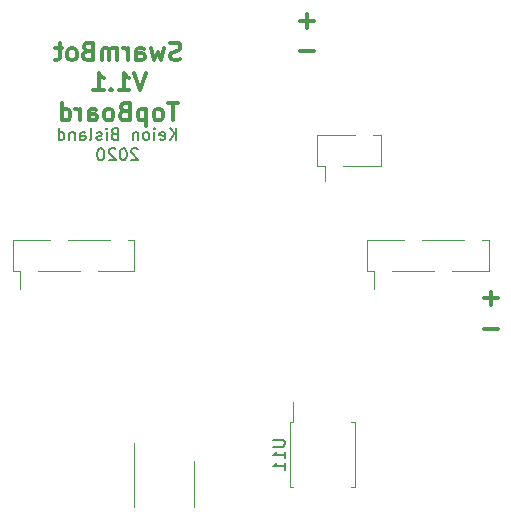
<source format=gbr>
G04 #@! TF.GenerationSoftware,KiCad,Pcbnew,5.1.5-52549c5~84~ubuntu18.04.1*
G04 #@! TF.CreationDate,2020-03-24T02:23:38-04:00*
G04 #@! TF.ProjectId,SwarmBot,53776172-6d42-46f7-942e-6b696361645f,rev?*
G04 #@! TF.SameCoordinates,Original*
G04 #@! TF.FileFunction,Legend,Bot*
G04 #@! TF.FilePolarity,Positive*
%FSLAX46Y46*%
G04 Gerber Fmt 4.6, Leading zero omitted, Abs format (unit mm)*
G04 Created by KiCad (PCBNEW 5.1.5-52549c5~84~ubuntu18.04.1) date 2020-03-24 02:23:38*
%MOMM*%
%LPD*%
G04 APERTURE LIST*
%ADD10C,0.300000*%
%ADD11C,0.200000*%
%ADD12C,0.120000*%
%ADD13C,0.150000*%
G04 APERTURE END LIST*
D10*
X4178371Y19882657D02*
X5321228Y19882657D01*
X4749800Y19311228D02*
X4749800Y20454085D01*
X4178371Y17317257D02*
X5321228Y17317257D01*
X19748571Y-6177742D02*
X20891428Y-6177742D01*
X19748571Y-3612342D02*
X20891428Y-3612342D01*
X20320000Y-4183771D02*
X20320000Y-3040914D01*
D11*
X-6301409Y9795619D02*
X-6301409Y10795619D01*
X-6872838Y9795619D02*
X-6444266Y10367047D01*
X-6872838Y10795619D02*
X-6301409Y10224190D01*
X-7682361Y9843238D02*
X-7587123Y9795619D01*
X-7396647Y9795619D01*
X-7301409Y9843238D01*
X-7253790Y9938476D01*
X-7253790Y10319428D01*
X-7301409Y10414666D01*
X-7396647Y10462285D01*
X-7587123Y10462285D01*
X-7682361Y10414666D01*
X-7729980Y10319428D01*
X-7729980Y10224190D01*
X-7253790Y10128952D01*
X-8158552Y9795619D02*
X-8158552Y10462285D01*
X-8158552Y10795619D02*
X-8110933Y10748000D01*
X-8158552Y10700380D01*
X-8206171Y10748000D01*
X-8158552Y10795619D01*
X-8158552Y10700380D01*
X-8777599Y9795619D02*
X-8682361Y9843238D01*
X-8634742Y9890857D01*
X-8587123Y9986095D01*
X-8587123Y10271809D01*
X-8634742Y10367047D01*
X-8682361Y10414666D01*
X-8777599Y10462285D01*
X-8920457Y10462285D01*
X-9015695Y10414666D01*
X-9063314Y10367047D01*
X-9110933Y10271809D01*
X-9110933Y9986095D01*
X-9063314Y9890857D01*
X-9015695Y9843238D01*
X-8920457Y9795619D01*
X-8777599Y9795619D01*
X-9539504Y10462285D02*
X-9539504Y9795619D01*
X-9539504Y10367047D02*
X-9587123Y10414666D01*
X-9682361Y10462285D01*
X-9825219Y10462285D01*
X-9920457Y10414666D01*
X-9968076Y10319428D01*
X-9968076Y9795619D01*
X-11539504Y10319428D02*
X-11682361Y10271809D01*
X-11729980Y10224190D01*
X-11777600Y10128952D01*
X-11777600Y9986095D01*
X-11729980Y9890857D01*
X-11682361Y9843238D01*
X-11587123Y9795619D01*
X-11206171Y9795619D01*
X-11206171Y10795619D01*
X-11539504Y10795619D01*
X-11634742Y10748000D01*
X-11682361Y10700380D01*
X-11729980Y10605142D01*
X-11729980Y10509904D01*
X-11682361Y10414666D01*
X-11634742Y10367047D01*
X-11539504Y10319428D01*
X-11206171Y10319428D01*
X-12206171Y9795619D02*
X-12206171Y10462285D01*
X-12206171Y10795619D02*
X-12158552Y10748000D01*
X-12206171Y10700380D01*
X-12253790Y10748000D01*
X-12206171Y10795619D01*
X-12206171Y10700380D01*
X-12634742Y9843238D02*
X-12729980Y9795619D01*
X-12920457Y9795619D01*
X-13015695Y9843238D01*
X-13063314Y9938476D01*
X-13063314Y9986095D01*
X-13015695Y10081333D01*
X-12920457Y10128952D01*
X-12777600Y10128952D01*
X-12682361Y10176571D01*
X-12634742Y10271809D01*
X-12634742Y10319428D01*
X-12682361Y10414666D01*
X-12777600Y10462285D01*
X-12920457Y10462285D01*
X-13015695Y10414666D01*
X-13634742Y9795619D02*
X-13539504Y9843238D01*
X-13491885Y9938476D01*
X-13491885Y10795619D01*
X-14444266Y9795619D02*
X-14444266Y10319428D01*
X-14396647Y10414666D01*
X-14301409Y10462285D01*
X-14110933Y10462285D01*
X-14015695Y10414666D01*
X-14444266Y9843238D02*
X-14349028Y9795619D01*
X-14110933Y9795619D01*
X-14015695Y9843238D01*
X-13968076Y9938476D01*
X-13968076Y10033714D01*
X-14015695Y10128952D01*
X-14110933Y10176571D01*
X-14349028Y10176571D01*
X-14444266Y10224190D01*
X-14920457Y10462285D02*
X-14920457Y9795619D01*
X-14920457Y10367047D02*
X-14968076Y10414666D01*
X-15063314Y10462285D01*
X-15206171Y10462285D01*
X-15301409Y10414666D01*
X-15349028Y10319428D01*
X-15349028Y9795619D01*
X-16253790Y9795619D02*
X-16253790Y10795619D01*
X-16253790Y9843238D02*
X-16158552Y9795619D01*
X-15968076Y9795619D01*
X-15872838Y9843238D01*
X-15825219Y9890857D01*
X-15777599Y9986095D01*
X-15777599Y10271809D01*
X-15825219Y10367047D01*
X-15872838Y10414666D01*
X-15968076Y10462285D01*
X-16158552Y10462285D01*
X-16253790Y10414666D01*
X-9563314Y9000380D02*
X-9610933Y9048000D01*
X-9706171Y9095619D01*
X-9944266Y9095619D01*
X-10039504Y9048000D01*
X-10087123Y9000380D01*
X-10134742Y8905142D01*
X-10134742Y8809904D01*
X-10087123Y8667047D01*
X-9515695Y8095619D01*
X-10134742Y8095619D01*
X-10753790Y9095619D02*
X-10849028Y9095619D01*
X-10944266Y9048000D01*
X-10991885Y9000380D01*
X-11039504Y8905142D01*
X-11087123Y8714666D01*
X-11087123Y8476571D01*
X-11039504Y8286095D01*
X-10991885Y8190857D01*
X-10944266Y8143238D01*
X-10849028Y8095619D01*
X-10753790Y8095619D01*
X-10658552Y8143238D01*
X-10610933Y8190857D01*
X-10563314Y8286095D01*
X-10515695Y8476571D01*
X-10515695Y8714666D01*
X-10563314Y8905142D01*
X-10610933Y9000380D01*
X-10658552Y9048000D01*
X-10753790Y9095619D01*
X-11468076Y9000380D02*
X-11515695Y9048000D01*
X-11610933Y9095619D01*
X-11849028Y9095619D01*
X-11944266Y9048000D01*
X-11991885Y9000380D01*
X-12039504Y8905142D01*
X-12039504Y8809904D01*
X-11991885Y8667047D01*
X-11420457Y8095619D01*
X-12039504Y8095619D01*
X-12658552Y9095619D02*
X-12753790Y9095619D01*
X-12849028Y9048000D01*
X-12896647Y9000380D01*
X-12944266Y8905142D01*
X-12991885Y8714666D01*
X-12991885Y8476571D01*
X-12944266Y8286095D01*
X-12896647Y8190857D01*
X-12849028Y8143238D01*
X-12753790Y8095619D01*
X-12658552Y8095619D01*
X-12563314Y8143238D01*
X-12515695Y8190857D01*
X-12468076Y8286095D01*
X-12420457Y8476571D01*
X-12420457Y8714666D01*
X-12468076Y8905142D01*
X-12515695Y9000380D01*
X-12563314Y9048000D01*
X-12658552Y9095619D01*
D10*
X-5961714Y16624057D02*
X-6176000Y16552628D01*
X-6533142Y16552628D01*
X-6676000Y16624057D01*
X-6747428Y16695485D01*
X-6818857Y16838342D01*
X-6818857Y16981200D01*
X-6747428Y17124057D01*
X-6676000Y17195485D01*
X-6533142Y17266914D01*
X-6247428Y17338342D01*
X-6104571Y17409771D01*
X-6033142Y17481200D01*
X-5961714Y17624057D01*
X-5961714Y17766914D01*
X-6033142Y17909771D01*
X-6104571Y17981200D01*
X-6247428Y18052628D01*
X-6604571Y18052628D01*
X-6818857Y17981200D01*
X-7318857Y17552628D02*
X-7604571Y16552628D01*
X-7890285Y17266914D01*
X-8176000Y16552628D01*
X-8461714Y17552628D01*
X-9676000Y16552628D02*
X-9676000Y17338342D01*
X-9604571Y17481200D01*
X-9461714Y17552628D01*
X-9176000Y17552628D01*
X-9033142Y17481200D01*
X-9676000Y16624057D02*
X-9533142Y16552628D01*
X-9176000Y16552628D01*
X-9033142Y16624057D01*
X-8961714Y16766914D01*
X-8961714Y16909771D01*
X-9033142Y17052628D01*
X-9176000Y17124057D01*
X-9533142Y17124057D01*
X-9676000Y17195485D01*
X-10390285Y16552628D02*
X-10390285Y17552628D01*
X-10390285Y17266914D02*
X-10461714Y17409771D01*
X-10533142Y17481200D01*
X-10676000Y17552628D01*
X-10818857Y17552628D01*
X-11318857Y16552628D02*
X-11318857Y17552628D01*
X-11318857Y17409771D02*
X-11390285Y17481200D01*
X-11533142Y17552628D01*
X-11747428Y17552628D01*
X-11890285Y17481200D01*
X-11961714Y17338342D01*
X-11961714Y16552628D01*
X-11961714Y17338342D02*
X-12033142Y17481200D01*
X-12176000Y17552628D01*
X-12390285Y17552628D01*
X-12533142Y17481200D01*
X-12604571Y17338342D01*
X-12604571Y16552628D01*
X-13818857Y17338342D02*
X-14033142Y17266914D01*
X-14104571Y17195485D01*
X-14176000Y17052628D01*
X-14176000Y16838342D01*
X-14104571Y16695485D01*
X-14033142Y16624057D01*
X-13890285Y16552628D01*
X-13318857Y16552628D01*
X-13318857Y18052628D01*
X-13818857Y18052628D01*
X-13961714Y17981200D01*
X-14033142Y17909771D01*
X-14104571Y17766914D01*
X-14104571Y17624057D01*
X-14033142Y17481200D01*
X-13961714Y17409771D01*
X-13818857Y17338342D01*
X-13318857Y17338342D01*
X-15033142Y16552628D02*
X-14890285Y16624057D01*
X-14818857Y16695485D01*
X-14747428Y16838342D01*
X-14747428Y17266914D01*
X-14818857Y17409771D01*
X-14890285Y17481200D01*
X-15033142Y17552628D01*
X-15247428Y17552628D01*
X-15390285Y17481200D01*
X-15461714Y17409771D01*
X-15533142Y17266914D01*
X-15533142Y16838342D01*
X-15461714Y16695485D01*
X-15390285Y16624057D01*
X-15247428Y16552628D01*
X-15033142Y16552628D01*
X-15961714Y17552628D02*
X-16533142Y17552628D01*
X-16176000Y18052628D02*
X-16176000Y16766914D01*
X-16247428Y16624057D01*
X-16390285Y16552628D01*
X-16533142Y16552628D01*
X-8890285Y15502628D02*
X-9390285Y14002628D01*
X-9890285Y15502628D01*
X-11176000Y14002628D02*
X-10318857Y14002628D01*
X-10747428Y14002628D02*
X-10747428Y15502628D01*
X-10604571Y15288342D01*
X-10461714Y15145485D01*
X-10318857Y15074057D01*
X-11818857Y14145485D02*
X-11890285Y14074057D01*
X-11818857Y14002628D01*
X-11747428Y14074057D01*
X-11818857Y14145485D01*
X-11818857Y14002628D01*
X-13318857Y14002628D02*
X-12461714Y14002628D01*
X-12890285Y14002628D02*
X-12890285Y15502628D01*
X-12747428Y15288342D01*
X-12604571Y15145485D01*
X-12461714Y15074057D01*
X-6140285Y12952628D02*
X-6997428Y12952628D01*
X-6568857Y11452628D02*
X-6568857Y12952628D01*
X-7711714Y11452628D02*
X-7568857Y11524057D01*
X-7497428Y11595485D01*
X-7425999Y11738342D01*
X-7425999Y12166914D01*
X-7497428Y12309771D01*
X-7568857Y12381200D01*
X-7711714Y12452628D01*
X-7925999Y12452628D01*
X-8068857Y12381200D01*
X-8140285Y12309771D01*
X-8211714Y12166914D01*
X-8211714Y11738342D01*
X-8140285Y11595485D01*
X-8068857Y11524057D01*
X-7925999Y11452628D01*
X-7711714Y11452628D01*
X-8854571Y12452628D02*
X-8854571Y10952628D01*
X-8854571Y12381200D02*
X-8997428Y12452628D01*
X-9283142Y12452628D01*
X-9425999Y12381200D01*
X-9497428Y12309771D01*
X-9568857Y12166914D01*
X-9568857Y11738342D01*
X-9497428Y11595485D01*
X-9425999Y11524057D01*
X-9283142Y11452628D01*
X-8997428Y11452628D01*
X-8854571Y11524057D01*
X-10711714Y12238342D02*
X-10925999Y12166914D01*
X-10997428Y12095485D01*
X-11068857Y11952628D01*
X-11068857Y11738342D01*
X-10997428Y11595485D01*
X-10925999Y11524057D01*
X-10783142Y11452628D01*
X-10211714Y11452628D01*
X-10211714Y12952628D01*
X-10711714Y12952628D01*
X-10854571Y12881200D01*
X-10925999Y12809771D01*
X-10997428Y12666914D01*
X-10997428Y12524057D01*
X-10925999Y12381200D01*
X-10854571Y12309771D01*
X-10711714Y12238342D01*
X-10211714Y12238342D01*
X-11925999Y11452628D02*
X-11783142Y11524057D01*
X-11711714Y11595485D01*
X-11640285Y11738342D01*
X-11640285Y12166914D01*
X-11711714Y12309771D01*
X-11783142Y12381200D01*
X-11925999Y12452628D01*
X-12140285Y12452628D01*
X-12283142Y12381200D01*
X-12354571Y12309771D01*
X-12425999Y12166914D01*
X-12425999Y11738342D01*
X-12354571Y11595485D01*
X-12283142Y11524057D01*
X-12140285Y11452628D01*
X-11925999Y11452628D01*
X-13711714Y11452628D02*
X-13711714Y12238342D01*
X-13640285Y12381200D01*
X-13497428Y12452628D01*
X-13211714Y12452628D01*
X-13068857Y12381200D01*
X-13711714Y11524057D02*
X-13568857Y11452628D01*
X-13211714Y11452628D01*
X-13068857Y11524057D01*
X-12997428Y11666914D01*
X-12997428Y11809771D01*
X-13068857Y11952628D01*
X-13211714Y12024057D01*
X-13568857Y12024057D01*
X-13711714Y12095485D01*
X-14425999Y11452628D02*
X-14425999Y12452628D01*
X-14425999Y12166914D02*
X-14497428Y12309771D01*
X-14568857Y12381200D01*
X-14711714Y12452628D01*
X-14854571Y12452628D01*
X-15997428Y11452628D02*
X-15997428Y12952628D01*
X-15997428Y11524057D02*
X-15854571Y11452628D01*
X-15568857Y11452628D01*
X-15425999Y11524057D01*
X-15354571Y11595485D01*
X-15283142Y11738342D01*
X-15283142Y12166914D01*
X-15354571Y12309771D01*
X-15425999Y12381200D01*
X-15568857Y12452628D01*
X-15854571Y12452628D01*
X-15997428Y12381200D01*
D12*
X3575000Y-14072500D02*
X3575000Y-12420000D01*
X3292500Y-14072500D02*
X3575000Y-14072500D01*
X3292500Y-16820000D02*
X3292500Y-14072500D01*
X3292500Y-19567500D02*
X3575000Y-19567500D01*
X3292500Y-16820000D02*
X3292500Y-19567500D01*
X8787500Y-14072500D02*
X8505000Y-14072500D01*
X8787500Y-16820000D02*
X8787500Y-14072500D01*
X8787500Y-19567500D02*
X8505000Y-19567500D01*
X8787500Y-16820000D02*
X8787500Y-19567500D01*
X6270000Y7570000D02*
X6270000Y6360000D01*
X10330000Y10230000D02*
X11000000Y10230000D01*
X5600000Y10230000D02*
X8810000Y10230000D01*
X11000000Y10230000D02*
X11000000Y7570000D01*
X7790000Y7570000D02*
X11000000Y7570000D01*
X5600000Y7570000D02*
X6270000Y7570000D01*
X5600000Y10230000D02*
X5600000Y7570000D01*
X-15510000Y1330000D02*
X-11950000Y1330000D01*
X-10430000Y1330000D02*
X-9860000Y1330000D01*
X-20140000Y-1330000D02*
X-19570000Y-1330000D01*
X-19570000Y-1330000D02*
X-19570000Y-2850000D01*
X-20140000Y1330000D02*
X-17030000Y1330000D01*
X-12970000Y-1330000D02*
X-9860000Y-1330000D01*
X-18050000Y-1330000D02*
X-14490000Y-1330000D01*
X-9860000Y1330000D02*
X-9860000Y-1330000D01*
X-20140000Y1330000D02*
X-20140000Y-1330000D01*
X14490000Y1330000D02*
X18050000Y1330000D01*
X19570000Y1330000D02*
X20140000Y1330000D01*
X9860000Y-1330000D02*
X10430000Y-1330000D01*
X10430000Y-1330000D02*
X10430000Y-2850000D01*
X9860000Y1330000D02*
X12970000Y1330000D01*
X17030000Y-1330000D02*
X20140000Y-1330000D01*
X11950000Y-1330000D02*
X15510000Y-1330000D01*
X20140000Y1330000D02*
X20140000Y-1330000D01*
X9860000Y1330000D02*
X9860000Y-1330000D01*
X-9905000Y-19315000D02*
X-9905000Y-15865000D01*
X-9905000Y-19315000D02*
X-9905000Y-21265000D01*
X-4785000Y-19315000D02*
X-4785000Y-17365000D01*
X-4785000Y-19315000D02*
X-4785000Y-21265000D01*
D13*
X1902380Y-15581904D02*
X2711904Y-15581904D01*
X2807142Y-15629523D01*
X2854761Y-15677142D01*
X2902380Y-15772380D01*
X2902380Y-15962857D01*
X2854761Y-16058095D01*
X2807142Y-16105714D01*
X2711904Y-16153333D01*
X1902380Y-16153333D01*
X2902380Y-17153333D02*
X2902380Y-16581904D01*
X2902380Y-16867619D02*
X1902380Y-16867619D01*
X2045238Y-16772380D01*
X2140476Y-16677142D01*
X2188095Y-16581904D01*
X2902380Y-18105714D02*
X2902380Y-17534285D01*
X2902380Y-17820000D02*
X1902380Y-17820000D01*
X2045238Y-17724761D01*
X2140476Y-17629523D01*
X2188095Y-17534285D01*
M02*

</source>
